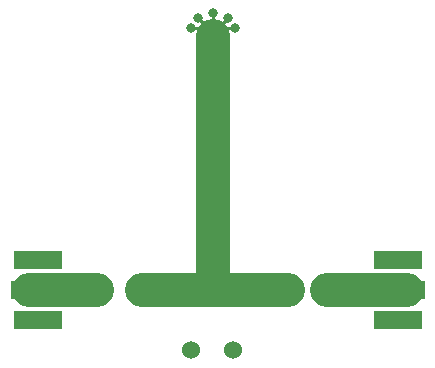
<source format=gbr>
G04 #@! TF.GenerationSoftware,KiCad,Pcbnew,5.1.2-f72e74a~84~ubuntu18.04.1*
G04 #@! TF.CreationDate,2019-11-26T17:04:54+01:00*
G04 #@! TF.ProjectId,resonator_LC,7265736f-6e61-4746-9f72-5f4c432e6b69,rev?*
G04 #@! TF.SameCoordinates,Original*
G04 #@! TF.FileFunction,Copper,L1,Top*
G04 #@! TF.FilePolarity,Positive*
%FSLAX46Y46*%
G04 Gerber Fmt 4.6, Leading zero omitted, Abs format (unit mm)*
G04 Created by KiCad (PCBNEW 5.1.2-f72e74a~84~ubuntu18.04.1) date 2019-11-26 17:04:54*
%MOMM*%
%LPD*%
G04 APERTURE LIST*
%ADD10R,4.060000X1.520000*%
%ADD11R,4.600000X1.520000*%
%ADD12C,1.524000*%
%ADD13C,0.100000*%
%ADD14C,1.350000*%
%ADD15C,0.800000*%
%ADD16C,2.900000*%
%ADD17C,0.250000*%
G04 APERTURE END LIST*
D10*
X116840000Y-96520000D03*
X116840000Y-91440000D03*
D11*
X116840000Y-93980000D03*
D10*
X86360000Y-91440000D03*
X86360000Y-96520000D03*
D11*
X86360000Y-93980000D03*
D12*
X102870000Y-99060000D03*
X99370000Y-99060000D03*
D13*
G36*
X108597005Y-93306204D02*
G01*
X108621273Y-93309804D01*
X108645072Y-93315765D01*
X108668171Y-93324030D01*
X108690350Y-93334520D01*
X108711393Y-93347132D01*
X108731099Y-93361747D01*
X108749277Y-93378223D01*
X108765753Y-93396401D01*
X108780368Y-93416107D01*
X108792980Y-93437150D01*
X108803470Y-93459329D01*
X108811735Y-93482428D01*
X108817696Y-93506227D01*
X108821296Y-93530495D01*
X108822500Y-93554999D01*
X108822500Y-94405001D01*
X108821296Y-94429505D01*
X108817696Y-94453773D01*
X108811735Y-94477572D01*
X108803470Y-94500671D01*
X108792980Y-94522850D01*
X108780368Y-94543893D01*
X108765753Y-94563599D01*
X108749277Y-94581777D01*
X108731099Y-94598253D01*
X108711393Y-94612868D01*
X108690350Y-94625480D01*
X108668171Y-94635970D01*
X108645072Y-94644235D01*
X108621273Y-94650196D01*
X108597005Y-94653796D01*
X108572501Y-94655000D01*
X107497499Y-94655000D01*
X107472995Y-94653796D01*
X107448727Y-94650196D01*
X107424928Y-94644235D01*
X107401829Y-94635970D01*
X107379650Y-94625480D01*
X107358607Y-94612868D01*
X107338901Y-94598253D01*
X107320723Y-94581777D01*
X107304247Y-94563599D01*
X107289632Y-94543893D01*
X107277020Y-94522850D01*
X107266530Y-94500671D01*
X107258265Y-94477572D01*
X107252304Y-94453773D01*
X107248704Y-94429505D01*
X107247500Y-94405001D01*
X107247500Y-93554999D01*
X107248704Y-93530495D01*
X107252304Y-93506227D01*
X107258265Y-93482428D01*
X107266530Y-93459329D01*
X107277020Y-93437150D01*
X107289632Y-93416107D01*
X107304247Y-93396401D01*
X107320723Y-93378223D01*
X107338901Y-93361747D01*
X107358607Y-93347132D01*
X107379650Y-93334520D01*
X107401829Y-93324030D01*
X107424928Y-93315765D01*
X107448727Y-93309804D01*
X107472995Y-93306204D01*
X107497499Y-93305000D01*
X108572501Y-93305000D01*
X108597005Y-93306204D01*
X108597005Y-93306204D01*
G37*
D14*
X108035000Y-93980000D03*
D13*
G36*
X111472005Y-93306204D02*
G01*
X111496273Y-93309804D01*
X111520072Y-93315765D01*
X111543171Y-93324030D01*
X111565350Y-93334520D01*
X111586393Y-93347132D01*
X111606099Y-93361747D01*
X111624277Y-93378223D01*
X111640753Y-93396401D01*
X111655368Y-93416107D01*
X111667980Y-93437150D01*
X111678470Y-93459329D01*
X111686735Y-93482428D01*
X111692696Y-93506227D01*
X111696296Y-93530495D01*
X111697500Y-93554999D01*
X111697500Y-94405001D01*
X111696296Y-94429505D01*
X111692696Y-94453773D01*
X111686735Y-94477572D01*
X111678470Y-94500671D01*
X111667980Y-94522850D01*
X111655368Y-94543893D01*
X111640753Y-94563599D01*
X111624277Y-94581777D01*
X111606099Y-94598253D01*
X111586393Y-94612868D01*
X111565350Y-94625480D01*
X111543171Y-94635970D01*
X111520072Y-94644235D01*
X111496273Y-94650196D01*
X111472005Y-94653796D01*
X111447501Y-94655000D01*
X110372499Y-94655000D01*
X110347995Y-94653796D01*
X110323727Y-94650196D01*
X110299928Y-94644235D01*
X110276829Y-94635970D01*
X110254650Y-94625480D01*
X110233607Y-94612868D01*
X110213901Y-94598253D01*
X110195723Y-94581777D01*
X110179247Y-94563599D01*
X110164632Y-94543893D01*
X110152020Y-94522850D01*
X110141530Y-94500671D01*
X110133265Y-94477572D01*
X110127304Y-94453773D01*
X110123704Y-94429505D01*
X110122500Y-94405001D01*
X110122500Y-93554999D01*
X110123704Y-93530495D01*
X110127304Y-93506227D01*
X110133265Y-93482428D01*
X110141530Y-93459329D01*
X110152020Y-93437150D01*
X110164632Y-93416107D01*
X110179247Y-93396401D01*
X110195723Y-93378223D01*
X110213901Y-93361747D01*
X110233607Y-93347132D01*
X110254650Y-93334520D01*
X110276829Y-93324030D01*
X110299928Y-93315765D01*
X110323727Y-93309804D01*
X110347995Y-93306204D01*
X110372499Y-93305000D01*
X111447501Y-93305000D01*
X111472005Y-93306204D01*
X111472005Y-93306204D01*
G37*
D14*
X110910000Y-93980000D03*
D13*
G36*
X92437005Y-93306204D02*
G01*
X92461273Y-93309804D01*
X92485072Y-93315765D01*
X92508171Y-93324030D01*
X92530350Y-93334520D01*
X92551393Y-93347132D01*
X92571099Y-93361747D01*
X92589277Y-93378223D01*
X92605753Y-93396401D01*
X92620368Y-93416107D01*
X92632980Y-93437150D01*
X92643470Y-93459329D01*
X92651735Y-93482428D01*
X92657696Y-93506227D01*
X92661296Y-93530495D01*
X92662500Y-93554999D01*
X92662500Y-94405001D01*
X92661296Y-94429505D01*
X92657696Y-94453773D01*
X92651735Y-94477572D01*
X92643470Y-94500671D01*
X92632980Y-94522850D01*
X92620368Y-94543893D01*
X92605753Y-94563599D01*
X92589277Y-94581777D01*
X92571099Y-94598253D01*
X92551393Y-94612868D01*
X92530350Y-94625480D01*
X92508171Y-94635970D01*
X92485072Y-94644235D01*
X92461273Y-94650196D01*
X92437005Y-94653796D01*
X92412501Y-94655000D01*
X91337499Y-94655000D01*
X91312995Y-94653796D01*
X91288727Y-94650196D01*
X91264928Y-94644235D01*
X91241829Y-94635970D01*
X91219650Y-94625480D01*
X91198607Y-94612868D01*
X91178901Y-94598253D01*
X91160723Y-94581777D01*
X91144247Y-94563599D01*
X91129632Y-94543893D01*
X91117020Y-94522850D01*
X91106530Y-94500671D01*
X91098265Y-94477572D01*
X91092304Y-94453773D01*
X91088704Y-94429505D01*
X91087500Y-94405001D01*
X91087500Y-93554999D01*
X91088704Y-93530495D01*
X91092304Y-93506227D01*
X91098265Y-93482428D01*
X91106530Y-93459329D01*
X91117020Y-93437150D01*
X91129632Y-93416107D01*
X91144247Y-93396401D01*
X91160723Y-93378223D01*
X91178901Y-93361747D01*
X91198607Y-93347132D01*
X91219650Y-93334520D01*
X91241829Y-93324030D01*
X91264928Y-93315765D01*
X91288727Y-93309804D01*
X91312995Y-93306204D01*
X91337499Y-93305000D01*
X92412501Y-93305000D01*
X92437005Y-93306204D01*
X92437005Y-93306204D01*
G37*
D14*
X91875000Y-93980000D03*
D13*
G36*
X95312005Y-93306204D02*
G01*
X95336273Y-93309804D01*
X95360072Y-93315765D01*
X95383171Y-93324030D01*
X95405350Y-93334520D01*
X95426393Y-93347132D01*
X95446099Y-93361747D01*
X95464277Y-93378223D01*
X95480753Y-93396401D01*
X95495368Y-93416107D01*
X95507980Y-93437150D01*
X95518470Y-93459329D01*
X95526735Y-93482428D01*
X95532696Y-93506227D01*
X95536296Y-93530495D01*
X95537500Y-93554999D01*
X95537500Y-94405001D01*
X95536296Y-94429505D01*
X95532696Y-94453773D01*
X95526735Y-94477572D01*
X95518470Y-94500671D01*
X95507980Y-94522850D01*
X95495368Y-94543893D01*
X95480753Y-94563599D01*
X95464277Y-94581777D01*
X95446099Y-94598253D01*
X95426393Y-94612868D01*
X95405350Y-94625480D01*
X95383171Y-94635970D01*
X95360072Y-94644235D01*
X95336273Y-94650196D01*
X95312005Y-94653796D01*
X95287501Y-94655000D01*
X94212499Y-94655000D01*
X94187995Y-94653796D01*
X94163727Y-94650196D01*
X94139928Y-94644235D01*
X94116829Y-94635970D01*
X94094650Y-94625480D01*
X94073607Y-94612868D01*
X94053901Y-94598253D01*
X94035723Y-94581777D01*
X94019247Y-94563599D01*
X94004632Y-94543893D01*
X93992020Y-94522850D01*
X93981530Y-94500671D01*
X93973265Y-94477572D01*
X93967304Y-94453773D01*
X93963704Y-94429505D01*
X93962500Y-94405001D01*
X93962500Y-93554999D01*
X93963704Y-93530495D01*
X93967304Y-93506227D01*
X93973265Y-93482428D01*
X93981530Y-93459329D01*
X93992020Y-93437150D01*
X94004632Y-93416107D01*
X94019247Y-93396401D01*
X94035723Y-93378223D01*
X94053901Y-93361747D01*
X94073607Y-93347132D01*
X94094650Y-93334520D01*
X94116829Y-93324030D01*
X94139928Y-93315765D01*
X94163727Y-93309804D01*
X94187995Y-93306204D01*
X94212499Y-93305000D01*
X95287501Y-93305000D01*
X95312005Y-93306204D01*
X95312005Y-93306204D01*
G37*
D14*
X94750000Y-93980000D03*
D15*
X87630000Y-91440000D03*
X86360000Y-91440000D03*
X86360000Y-91440000D03*
X85090000Y-91440000D03*
X87630000Y-96520000D03*
X86360000Y-96520000D03*
X85090000Y-96520000D03*
X118040000Y-96520000D03*
X116770000Y-96520000D03*
X115500000Y-96520000D03*
X118040000Y-91440000D03*
X116770000Y-91440000D03*
X115500000Y-91440000D03*
X99360000Y-71790000D03*
X102470000Y-70920000D03*
X101200000Y-70520000D03*
X99930000Y-70920000D03*
X103070000Y-71820000D03*
D16*
X107600000Y-93980000D02*
X101600000Y-93980000D01*
X95220000Y-93980000D02*
X101220000Y-93980000D01*
X85600000Y-93980000D02*
X91360000Y-93980000D01*
X101220000Y-92710000D02*
X101220000Y-72480000D01*
X101220000Y-72480000D02*
X101220000Y-72480000D01*
X101220000Y-72480000D02*
X101220000Y-72480000D01*
D17*
X101220000Y-72210000D02*
X99930000Y-70920000D01*
X101220000Y-72480000D02*
X101220000Y-72210000D01*
X101200000Y-72190000D02*
X101200000Y-70520000D01*
X101220000Y-72210000D02*
X101200000Y-72190000D01*
X101220000Y-72170000D02*
X102470000Y-70920000D01*
X101220000Y-72480000D02*
X101220000Y-72170000D01*
D16*
X101220000Y-72480000D02*
X101220000Y-72480000D01*
D17*
X101570000Y-71820000D02*
X103070000Y-71820000D01*
X101220000Y-72170000D02*
X101570000Y-71820000D01*
X100840000Y-71790000D02*
X99360000Y-71790000D01*
X101220000Y-72170000D02*
X100840000Y-71790000D01*
D16*
X117600000Y-93980000D02*
X110910000Y-93980000D01*
M02*

</source>
